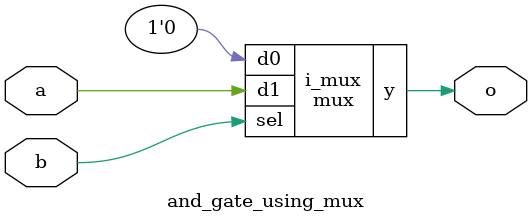
<source format=sv>

module mux
(
  input  d0, d1,
  input  sel,
  output y
);

  assign y = sel ? d1 : d0;

endmodule

//----------------------------------------------------------------------------
// Task
//----------------------------------------------------------------------------

module and_gate_using_mux
(
    input  a,
    input  b,
    output o
);

  // Task:
  // Implement and gate using instance(s) of mux,
  // constants 0 and 1, and wire connections

  mux i_mux (
    .d0  ( 1'b0 ),  // 0 * ~B
    .d1  ( a    ),  // A *  B
    .sel ( b    ),
    .y   ( o    )   // (0 * ~B) + (A * B) = A * B
  );

endmodule

</source>
